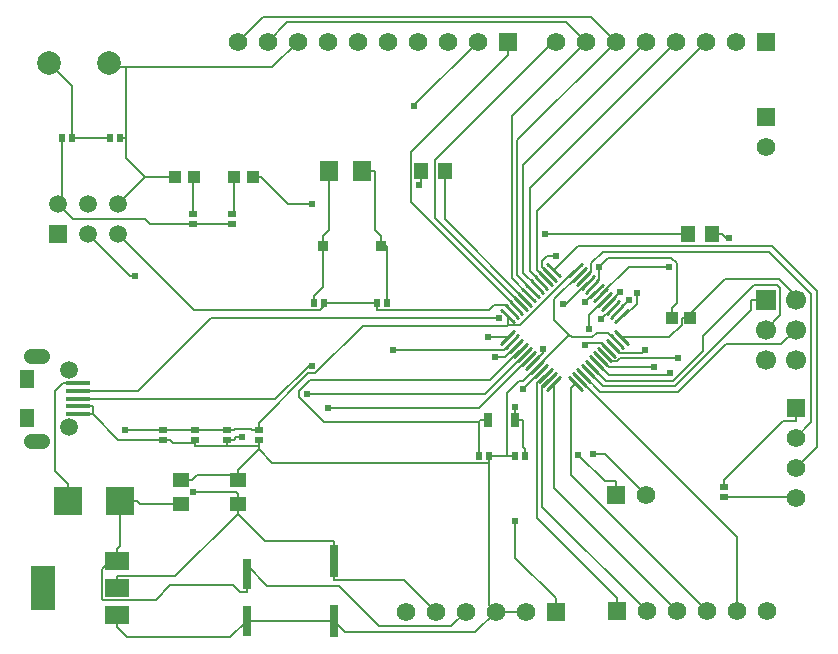
<source format=gtl>
G04 ---------------------------- Layer name :TOP LAYER*
G04 EasyEDA v5.5.14, Mon, 18 Jun 2018 23:09:04 GMT*
G04 84bf75b42abb48d08708263c728ca580*
G04 Gerber Generator version 0.2*
G04 Scale: 100 percent, Rotated: No, Reflected: No *
G04 Dimensions in inches *
G04 leading zeros omitted , absolute positions ,2 integer and 4 decimal *
%FSLAX24Y24*%
%MOIN*%
G90*
G70D02*

%ADD11C,0.008000*%
%ADD12C,0.011024*%
%ADD13C,0.024000*%
%ADD14R,0.039370X0.043307*%
%ADD15R,0.078740X0.017716*%
%ADD16R,0.047240X0.062992*%
%ADD17R,0.094500X0.094500*%
%ADD18R,0.025590X0.023620*%
%ADD19R,0.023620X0.025590*%
%ADD20R,0.031496X0.047240*%
%ADD21R,0.031496X0.098425*%
%ADD22R,0.063000X0.070900*%
%ADD23R,0.057870X0.045670*%
%ADD24R,0.045670X0.057870*%
%ADD25R,0.031496X0.110236*%
%ADD26R,0.078740X0.149606*%
%ADD27R,0.078740X0.059055*%
%ADD28R,0.062000X0.062000*%
%ADD29C,0.062000*%
%ADD30C,0.059055*%
%ADD31R,0.035700X0.035700*%
%ADD32C,0.078740*%
%ADD33C,0.059000*%
%ADD34R,0.059000X0.059000*%
%ADD35R,0.066929X0.066929*%
%ADD36C,0.066929*%
%ADD37C,0.051181*%

%LPD*%
G54D11*
G01X18443Y10232D02*
G01X17952Y10723D01*
G01X17952Y11413D01*
G01X18794Y12255D01*
G01X20048Y9996D02*
G01X19743Y10301D01*
G01X19368Y10301D01*
G01X19214Y10150D01*
G01X18527Y10150D01*
G01X18443Y10232D01*
G01X18443Y10232D02*
G01X17376Y9165D01*
G01X16368Y6200D02*
G01X16368Y8276D01*
G01X16777Y8684D01*
G01X16894Y8684D01*
G01X17376Y9165D01*
G01X16534Y11005D02*
G01X16303Y11234D01*
G01X15948Y11234D01*
G01X15785Y11071D01*
G01X12035Y11071D01*
G01X15764Y6200D02*
G01X16368Y6200D01*
G01X16635Y6200D02*
G01X16368Y6200D01*
G01X7557Y6826D02*
G01X7353Y6826D01*
G01X7261Y6736D01*
G01X7032Y6736D02*
G01X7261Y6736D01*
G01X10373Y11300D02*
G01X10144Y11071D01*
G01X5928Y11071D01*
G01X3400Y13600D01*
G01X10373Y11300D02*
G01X10482Y11300D01*
G01X10264Y11300D02*
G01X10373Y11300D01*
G01X10482Y11300D02*
G01X12035Y11300D01*
G01X4900Y6736D02*
G01X5128Y6736D01*
G01X5967Y6626D02*
G01X5238Y6626D01*
G01X5128Y6736D01*
G01X5967Y6626D02*
G01X5967Y6517D01*
G01X5967Y6736D02*
G01X5967Y6626D01*
G01X12035Y11300D02*
G01X12035Y11071D01*
G01X16000Y1000D02*
G01X15764Y1236D01*
G01X15764Y5971D01*
G01X16000Y1000D02*
G01X15311Y311D01*
G01X10989Y311D01*
G01X10601Y700D01*
G01X5500Y5400D02*
G01X5890Y5400D01*
G01X7400Y5565D02*
G01X6055Y5565D01*
G01X5890Y5400D01*
G01X7400Y5565D02*
G01X7400Y5728D01*
G01X7400Y5400D02*
G01X7400Y5565D01*
G01X2546Y7592D02*
G01X2076Y7592D01*
G01X2571Y7848D02*
G01X2571Y7615D01*
G01X2546Y7592D01*
G01X2546Y7592D02*
G01X2571Y7592D01*
G01X2076Y7848D02*
G01X2571Y7848D01*
G01X7032Y6517D02*
G01X5967Y6517D01*
G01X4900Y6736D02*
G01X3426Y6736D01*
G01X2571Y7592D01*
G01X8100Y6517D02*
G01X8100Y6736D01*
G01X8100Y6428D02*
G01X8100Y6517D01*
G01X8100Y6517D02*
G01X7032Y6517D01*
G01X15764Y6200D02*
G01X15764Y5971D01*
G01X15764Y5971D02*
G01X8557Y5971D01*
G01X8100Y6428D01*
G01X7400Y5728D02*
G01X8100Y6428D01*
G01X10601Y700D02*
G01X7701Y700D01*
G01X7032Y6736D02*
G01X7032Y6517D01*
G01X3682Y19159D02*
G01X3240Y19159D01*
G01X3100Y19300D01*
G01X9400Y20000D02*
G01X8559Y19159D01*
G01X3682Y19159D01*
G01X3682Y19159D02*
G01X3682Y16800D01*
G01X3463Y16800D02*
G01X3682Y16800D01*
G01X4300Y15500D02*
G01X5305Y15500D01*
G01X3400Y14600D02*
G01X4300Y15500D01*
G01X3682Y16800D02*
G01X3682Y16117D01*
G01X4300Y15500D01*
G01X17000Y1000D02*
G01X16000Y1000D01*
G01X23600Y4836D02*
G01X25964Y4836D01*
G01X26000Y4800D01*
G01X3380Y894D02*
G01X3380Y498D01*
G01X3380Y498D02*
G01X3726Y151D01*
G01X7151Y151D01*
G01X7701Y700D01*
G01X1530Y14600D02*
G01X1530Y16800D01*
G01X1530Y14600D02*
G01X1400Y14600D01*
G01X16400Y10569D02*
G01X16371Y10540D01*
G01X11586Y10540D01*
G01X9992Y8946D01*
G01X9756Y8946D01*
G01X8100Y7288D01*
G01X20181Y10142D02*
G01X21789Y10142D01*
G01X22196Y10548D01*
G01X22196Y10800D01*
G01X17511Y9021D02*
G01X16926Y8436D01*
G01X16926Y8423D01*
G01X16926Y8423D01*
G01X18656Y12394D02*
G01X16815Y10553D01*
G01X16702Y10553D01*
G01X16686Y10569D01*
G01X16400Y10569D01*
G01X16400Y10861D02*
G01X16400Y10569D01*
G01X8100Y7069D02*
G01X7871Y7069D01*
G01X7032Y7069D02*
G01X7261Y7069D01*
G01X7261Y7069D02*
G01X7280Y7088D01*
G01X7853Y7088D01*
G01X7871Y7069D01*
G01X26000Y11400D02*
G01X26000Y11528D01*
G01X25444Y12082D01*
G01X23627Y12082D01*
G01X22344Y10800D01*
G01X8100Y7069D02*
G01X8100Y7288D01*
G01X26000Y7348D02*
G01X25560Y7348D01*
G01X23600Y5388D01*
G01X7400Y4600D02*
G01X7400Y4928D01*
G01X5921Y4994D02*
G01X7334Y4994D01*
G01X7400Y4928D01*
G01X4900Y7069D02*
G01X3634Y7069D01*
G01X5967Y7069D02*
G01X4900Y7069D01*
G01X22344Y10800D02*
G01X22196Y10800D01*
G01X22493Y10800D02*
G01X22344Y10800D01*
G01X7400Y4600D02*
G01X7400Y4271D01*
G01X3380Y1800D02*
G01X3380Y2196D01*
G01X3380Y2196D02*
G01X5326Y2196D01*
G01X7400Y4271D01*
G01X7032Y7069D02*
G01X5967Y7069D01*
G01X10601Y2700D02*
G01X10601Y2048D01*
G01X14000Y1000D02*
G01X12952Y2048D01*
G01X10601Y2048D01*
G01X10601Y3351D02*
G01X8317Y3351D01*
G01X7400Y4271D01*
G01X10601Y2700D02*
G01X10601Y3351D01*
G01X23600Y5169D02*
G01X23600Y5388D01*
G01X26000Y7800D02*
G01X26000Y7348D01*
G01X20000Y4900D02*
G01X20000Y5351D01*
G01X20000Y5351D02*
G01X19642Y5351D01*
G01X18757Y6236D01*
G01X17782Y12261D02*
G01X17557Y12486D01*
G01X17557Y12682D01*
G01X17722Y12848D01*
G01X18007Y12848D01*
G01X16538Y10000D02*
G01X16277Y9740D01*
G01X12581Y9740D01*
G01X7894Y15500D02*
G01X8192Y15500D01*
G01X9885Y14607D02*
G01X9084Y14607D01*
G01X8192Y15500D01*
G01X19347Y9303D02*
G01X19769Y8882D01*
G01X21727Y8882D01*
G01X21810Y8965D01*
G01X19902Y9863D02*
G01X20136Y9630D01*
G01X20893Y9630D01*
G01X20973Y9711D01*
G01X10397Y7778D02*
G01X15431Y7778D01*
G01X17100Y9446D01*
G01X12369Y11300D02*
G01X12369Y11528D01*
G01X12160Y13359D02*
G01X12369Y13150D01*
G01X12369Y11528D01*
G01X12160Y13359D02*
G01X12160Y13519D01*
G01X12160Y13200D02*
G01X12160Y13359D01*
G01X11550Y15700D02*
G01X11965Y15700D01*
G01X11965Y15700D02*
G01X11965Y13713D01*
G01X12160Y13519D01*
G01X19348Y11694D02*
G01X18968Y11315D01*
G01X19488Y11555D02*
G01X20436Y12503D01*
G01X21778Y12503D01*
G01X21000Y4900D02*
G01X19631Y6269D01*
G01X19247Y6269D01*
G01X19628Y11417D02*
G01X19106Y10896D01*
G01X19106Y10411D01*
G01X19630Y9578D02*
G01X19856Y9351D01*
G01X20043Y9351D01*
G01X20140Y9448D01*
G01X20140Y9448D01*
G01X22081Y9448D01*
G01X23528Y13600D02*
G01X23681Y13448D01*
G01X23793Y13448D01*
G01X23200Y13600D02*
G01X23528Y13600D01*
G01X16652Y4028D02*
G01X16652Y2798D01*
G01X18000Y1451D01*
G01X16409Y10146D02*
G01X15746Y10146D01*
G01X18000Y1000D02*
G01X18000Y1451D01*
G01X18939Y12121D02*
G01X19180Y12361D01*
G01X19180Y12615D01*
G01X19564Y13000D01*
G01X25096Y13000D01*
G01X26518Y11578D01*
G01X26518Y7317D01*
G01X26000Y6800D01*
G01X19485Y9446D02*
G01X19782Y9148D01*
G01X21285Y9148D01*
G01X19900Y11132D02*
G01X19525Y10757D01*
G01X18967Y9886D02*
G01X19031Y9951D01*
G01X19535Y9951D01*
G01X19764Y9721D01*
G01X15400Y20000D02*
G01X13275Y17875D01*
G01X13275Y17851D01*
G01X17238Y9303D02*
G01X17560Y9626D01*
G01X17560Y9742D01*
G01X1863Y16800D02*
G01X1863Y18536D01*
G01X1100Y19300D01*
G01X1863Y16800D02*
G01X3130Y16800D01*
G01X18000Y20000D02*
G01X17922Y20000D01*
G01X13971Y16046D01*
G01X13971Y14126D01*
G01X16815Y11282D01*
G01X25000Y10400D02*
G01X25476Y10876D01*
G01X25476Y11796D01*
G01X25393Y11878D01*
G01X24596Y11878D01*
G01X22914Y10196D01*
G01X22914Y9700D01*
G01X21914Y8700D01*
G01X19675Y8700D01*
G01X19209Y9165D01*
G01X9728Y8261D02*
G01X15636Y8261D01*
G01X16963Y9586D01*
G01X10239Y12880D02*
G01X10239Y11838D01*
G01X9930Y11528D01*
G01X9930Y11300D02*
G01X9930Y11528D01*
G01X10239Y13200D02*
G01X10239Y12880D01*
G01X10239Y13200D02*
G01X10239Y13519D01*
G01X10450Y15700D02*
G01X10450Y13728D01*
G01X10239Y13519D01*
G01X17934Y12388D02*
G01X18727Y13182D01*
G01X25205Y13182D01*
G01X26700Y11686D01*
G01X26700Y6500D01*
G01X26000Y5800D01*
G01X16400Y19548D02*
G01X13171Y16319D01*
G01X13171Y14648D01*
G01X16673Y11144D01*
G01X16400Y20000D02*
G01X16400Y19548D01*
G01X16657Y7819D02*
G01X16657Y7396D01*
G01X16681Y9863D02*
G01X16297Y9478D01*
G01X15980Y9478D01*
G01X16657Y7396D02*
G01X16915Y7396D01*
G01X16969Y6200D02*
G01X16969Y6428D01*
G01X16915Y7396D02*
G01X16915Y6482D01*
G01X16969Y6428D01*
G01X24523Y11400D02*
G01X24523Y11053D01*
G01X21989Y8519D01*
G01X19577Y8519D01*
G01X19076Y9019D01*
G01X25000Y11400D02*
G01X24523Y11400D01*
G01X26000Y10400D02*
G01X25517Y9917D01*
G01X23660Y9917D01*
G01X22081Y8338D01*
G01X19478Y8338D01*
G01X18927Y8888D01*
G01X2076Y8615D02*
G01X1580Y8615D01*
G01X1730Y4700D02*
G01X1730Y5273D01*
G01X1730Y5273D02*
G01X1309Y5692D01*
G01X1309Y8344D01*
G01X1580Y8615D01*
G01X7701Y2250D02*
G01X7701Y1657D01*
G01X3380Y2903D02*
G01X2886Y2409D01*
G01X2886Y1426D01*
G01X2909Y1403D01*
G01X4661Y1403D01*
G01X5144Y1886D01*
G01X7236Y1886D01*
G01X7465Y1657D01*
G01X7701Y1657D01*
G01X3380Y2903D02*
G01X3380Y3101D01*
G01X3380Y2705D02*
G01X3380Y2903D01*
G01X7701Y2546D02*
G01X8380Y1865D01*
G01X10778Y1865D01*
G01X12122Y521D01*
G01X14522Y521D01*
G01X15000Y1000D01*
G01X7701Y2250D02*
G01X7701Y2546D01*
G01X3469Y4700D02*
G01X4044Y4700D01*
G01X5500Y4600D02*
G01X4144Y4600D01*
G01X4044Y4700D01*
G01X3380Y3101D02*
G01X3469Y3190D01*
G01X3469Y4700D01*
G01X24035Y1017D02*
G01X24035Y3505D01*
G01X18793Y8746D01*
G01X23035Y1017D02*
G01X18497Y5555D01*
G01X18497Y8453D01*
G01X18652Y8607D01*
G01X17932Y8607D02*
G01X17932Y5119D01*
G01X22035Y1017D01*
G01X17790Y8746D02*
G01X17559Y8515D01*
G01X17559Y4494D01*
G01X21035Y1017D01*
G01X17656Y8888D02*
G01X17377Y8609D01*
G01X17377Y4126D01*
G01X20035Y1469D01*
G01X20035Y1017D02*
G01X20035Y1469D01*
G01X15430Y7338D02*
G01X10265Y7338D01*
G01X9459Y8144D01*
G01X9459Y8359D01*
G01X9810Y8711D01*
G01X15807Y8711D01*
G01X16821Y9725D01*
G01X15430Y7338D02*
G01X15488Y7396D01*
G01X15430Y6428D02*
G01X15430Y7338D01*
G01X15747Y7396D02*
G01X15488Y7396D01*
G01X15430Y6200D02*
G01X15430Y6428D01*
G01X22400Y13600D02*
G01X17627Y13600D01*
G01X13500Y15309D02*
G01X13447Y15255D01*
G01X13447Y15221D01*
G01X13500Y15700D02*
G01X13500Y15309D01*
G01X3971Y12198D02*
G01X3801Y12198D01*
G01X2400Y13600D01*
G01X17646Y12121D02*
G01X17360Y12407D01*
G01X17360Y14359D01*
G01X23000Y20000D01*
G01X17510Y11976D02*
G01X17136Y12351D01*
G01X17136Y15136D01*
G01X22000Y20000D01*
G01X17363Y11846D02*
G01X16902Y12307D01*
G01X16902Y15901D01*
G01X21000Y20000D01*
G01X17235Y11694D02*
G01X16721Y12209D01*
G01X16721Y16721D01*
G01X20000Y20000D01*
G01X7400Y20000D02*
G01X8236Y20836D01*
G01X19164Y20836D01*
G01X20000Y20000D01*
G01X17093Y11559D02*
G01X16539Y12111D01*
G01X16539Y17540D01*
G01X19000Y20000D01*
G01X8400Y20000D02*
G01X9053Y20653D01*
G01X18346Y20653D01*
G01X19000Y20000D01*
G01X19213Y11838D02*
G01X19440Y12067D01*
G01X19440Y12507D01*
G01X19440Y12507D02*
G01X19740Y12807D01*
G01X21844Y12807D01*
G01X22039Y12611D01*
G01X22039Y11294D01*
G01X21864Y11117D01*
G01X9884Y9207D02*
G01X9760Y9207D01*
G01X8659Y8103D01*
G01X2076Y8103D01*
G01X21864Y10800D02*
G01X21864Y11117D01*
G01X19078Y11980D02*
G01X18359Y11261D01*
G01X18256Y11261D01*
G01X2076Y8359D02*
G01X4075Y8359D01*
G01X6515Y10801D01*
G01X16119Y10801D01*
G01X14300Y15700D02*
G01X14300Y14075D01*
G01X16952Y11423D01*
G01X19768Y11278D02*
G01X20150Y11661D01*
G01X20046Y11001D02*
G01X20434Y11388D01*
G01X20185Y10861D02*
G01X20293Y10861D01*
G01X20694Y11263D01*
G01X20694Y11609D01*
G01X7263Y15500D02*
G01X7263Y14333D01*
G01X7200Y14269D01*
G01X5936Y15500D02*
G01X5900Y15463D01*
G01X5900Y14269D01*
G01X5900Y13936D02*
G01X7200Y13936D01*
G01X1400Y14600D02*
G01X1900Y14100D01*
G01X4300Y14100D01*
G01X4463Y13936D01*
G01X5900Y13936D01*
G54D12*
G01X16187Y9926D02*
G01X16610Y10349D01*
G01X16327Y9786D02*
G01X16750Y10209D01*
G01X16466Y9647D02*
G01X16889Y10070D01*
G01X16605Y9508D02*
G01X17028Y9931D01*
G01X16744Y9369D02*
G01X17167Y9792D01*
G01X16883Y9230D02*
G01X17306Y9653D01*
G01X17023Y9091D02*
G01X17446Y9514D01*
G01X17162Y8951D02*
G01X17585Y9374D01*
G01X17301Y8812D02*
G01X17724Y9235D01*
G01X17440Y8673D02*
G01X17863Y9096D01*
G01X17579Y8534D02*
G01X18002Y8957D01*
G01X17719Y8395D02*
G01X18142Y8818D01*
G01X18442Y8818D02*
G01X18865Y8395D01*
G01X18582Y8957D02*
G01X19005Y8534D01*
G01X18721Y9096D02*
G01X19144Y8673D01*
G01X18860Y9235D02*
G01X19283Y8812D01*
G01X18999Y9374D02*
G01X19422Y8951D01*
G01X19138Y9514D02*
G01X19561Y9091D01*
G01X19278Y9653D02*
G01X19701Y9230D01*
G01X19417Y9792D02*
G01X19840Y9369D01*
G01X19556Y9931D02*
G01X19979Y9508D01*
G01X19695Y10070D02*
G01X20118Y9647D01*
G01X19834Y10209D02*
G01X20257Y9786D01*
G01X19974Y10349D02*
G01X20397Y9926D01*
G01X19974Y10649D02*
G01X20397Y11072D01*
G01X19834Y10789D02*
G01X20257Y11212D01*
G01X19695Y10928D02*
G01X20118Y11351D01*
G01X19556Y11067D02*
G01X19979Y11490D01*
G01X19417Y11206D02*
G01X19840Y11629D01*
G01X19278Y11345D02*
G01X19701Y11768D01*
G01X19138Y11485D02*
G01X19561Y11908D01*
G01X18999Y11624D02*
G01X19422Y12047D01*
G01X18860Y11763D02*
G01X19283Y12186D01*
G01X18721Y11902D02*
G01X19144Y12325D01*
G01X18582Y12041D02*
G01X19005Y12464D01*
G01X18442Y12181D02*
G01X18865Y12604D01*
G01X17719Y12604D02*
G01X18142Y12181D01*
G01X17579Y12464D02*
G01X18002Y12041D01*
G01X17440Y12325D02*
G01X17863Y11902D01*
G01X17301Y12186D02*
G01X17724Y11763D01*
G01X17162Y12047D02*
G01X17585Y11624D01*
G01X17023Y11908D02*
G01X17446Y11485D01*
G01X16883Y11768D02*
G01X17306Y11345D01*
G01X16744Y11629D02*
G01X17167Y11206D01*
G01X16605Y11490D02*
G01X17028Y11067D01*
G01X16466Y11351D02*
G01X16889Y10928D01*
G01X16327Y11212D02*
G01X16750Y10789D01*
G01X16187Y11072D02*
G01X16610Y10649D01*
G54D14*
G01X7894Y15500D03*
G01X7264Y15500D03*
G54D15*
G01X2075Y7592D03*
G01X2075Y7848D03*
G01X2075Y8104D03*
G01X2075Y8359D03*
G01X2075Y8615D03*
G54D16*
G01X378Y7471D03*
G01X384Y8762D03*
G54D17*
G01X3469Y4700D03*
G01X1730Y4700D03*
G54D18*
G01X4900Y7069D03*
G01X4900Y6736D03*
G01X7033Y7069D03*
G01X7033Y6736D03*
G01X8100Y7069D03*
G01X8100Y6736D03*
G54D19*
G01X12369Y11300D03*
G01X12035Y11300D03*
G01X9930Y11300D03*
G01X10264Y11300D03*
G01X15430Y6200D03*
G01X15764Y6200D03*
G01X16969Y6200D03*
G01X16635Y6200D03*
G54D20*
G01X15746Y7396D03*
G01X16657Y7396D03*
G54D21*
G01X7701Y700D03*
G01X7701Y2250D03*
G54D14*
G01X5306Y15499D03*
G01X5935Y15499D03*
G54D22*
G01X10450Y15700D03*
G01X11550Y15700D03*
G54D14*
G01X22493Y10800D03*
G01X21864Y10800D03*
G54D18*
G01X5900Y14269D03*
G01X5900Y13936D03*
G01X5966Y7069D03*
G01X5966Y6736D03*
G01X7200Y14269D03*
G01X7200Y13936D03*
G54D23*
G01X5500Y5399D03*
G01X5500Y4599D03*
G01X7400Y5399D03*
G01X7400Y4599D03*
G54D19*
G01X3130Y16800D03*
G01X3463Y16800D03*
G01X1530Y16800D03*
G01X1863Y16800D03*
G54D24*
G01X14300Y15700D03*
G01X13500Y15700D03*
G01X22400Y13599D03*
G01X23200Y13599D03*
G54D25*
G01X10601Y2700D03*
G01X10601Y700D03*
G54D18*
G01X23600Y5169D03*
G01X23600Y4836D03*
G54D26*
G01X900Y1800D03*
G54D27*
G01X3380Y1800D03*
G01X3380Y2705D03*
G01X3380Y894D03*
G54D28*
G01X20000Y4900D03*
G54D29*
G01X21000Y4900D03*
G54D30*
G01X1767Y9048D03*
G01X1767Y7142D03*
G54D28*
G01X25000Y17500D03*
G54D29*
G01X25000Y16500D03*
G01X25035Y1017D03*
G01X24035Y1017D03*
G01X23035Y1017D03*
G01X22035Y1017D03*
G01X21035Y1017D03*
G54D28*
G01X20035Y1017D03*
G54D31*
G01X12160Y13200D03*
G01X10239Y13200D03*
G54D32*
G01X3100Y19300D03*
G01X1100Y19300D03*
G54D33*
G01X3400Y14600D03*
G01X2400Y14600D03*
G01X1400Y14600D03*
G01X3400Y13600D03*
G01X2400Y13600D03*
G54D34*
G01X1400Y13600D03*
G54D35*
G01X25000Y11400D03*
G54D36*
G01X26000Y11400D03*
G01X25000Y10400D03*
G01X26000Y10400D03*
G01X25000Y9400D03*
G01X26000Y9400D03*
G54D29*
G01X13000Y1000D03*
G01X14000Y1000D03*
G01X15000Y1000D03*
G01X16000Y1000D03*
G01X17000Y1000D03*
G54D28*
G01X18000Y1000D03*
G01X26000Y7800D03*
G54D29*
G01X26000Y6800D03*
G01X26000Y5800D03*
G01X26000Y4800D03*
G54D28*
G01X25000Y20000D03*
G54D29*
G01X24000Y20000D03*
G01X23000Y20000D03*
G01X22000Y20000D03*
G01X21000Y20000D03*
G01X20000Y20000D03*
G01X19000Y20000D03*
G01X18000Y20000D03*
G01X7400Y20000D03*
G01X8400Y20000D03*
G01X9400Y20000D03*
G01X10400Y20000D03*
G01X11400Y20000D03*
G01X12400Y20000D03*
G01X13400Y20000D03*
G01X14400Y20000D03*
G01X15400Y20000D03*
G54D28*
G01X16400Y20000D03*
G54D13*
G01X7557Y6826D03*
G01X16926Y8423D03*
G01X5921Y4994D03*
G01X3634Y7069D03*
G01X18007Y12848D03*
G01X18757Y6236D03*
G01X9885Y14607D03*
G01X12581Y9740D03*
G01X21810Y8965D03*
G01X20973Y9711D03*
G01X10400Y7800D03*
G01X18968Y11315D03*
G01X21778Y12503D03*
G01X19247Y6269D03*
G01X19106Y10411D03*
G01X23793Y13448D03*
G01X22081Y9448D03*
G01X16652Y4028D03*
G01X15746Y10146D03*
G01X21285Y9148D03*
G01X19525Y10757D03*
G01X18967Y9886D03*
G01X13275Y17851D03*
G01X17560Y9742D03*
G01X9722Y8273D03*
G01X16657Y7819D03*
G01X15980Y9478D03*
G01X17627Y13600D03*
G01X3971Y12198D03*
G01X13447Y15221D03*
G01X9884Y9207D03*
G01X19440Y12507D03*
G01X16119Y10801D03*
G01X18256Y11261D03*
G01X20150Y11661D03*
G01X20434Y11388D03*
G01X20694Y11609D03*
G54D37*
G01X881Y6675D02*
G01X526Y6675D01*
G01X881Y9525D02*
G01X526Y9525D01*
M00*
M02*

</source>
